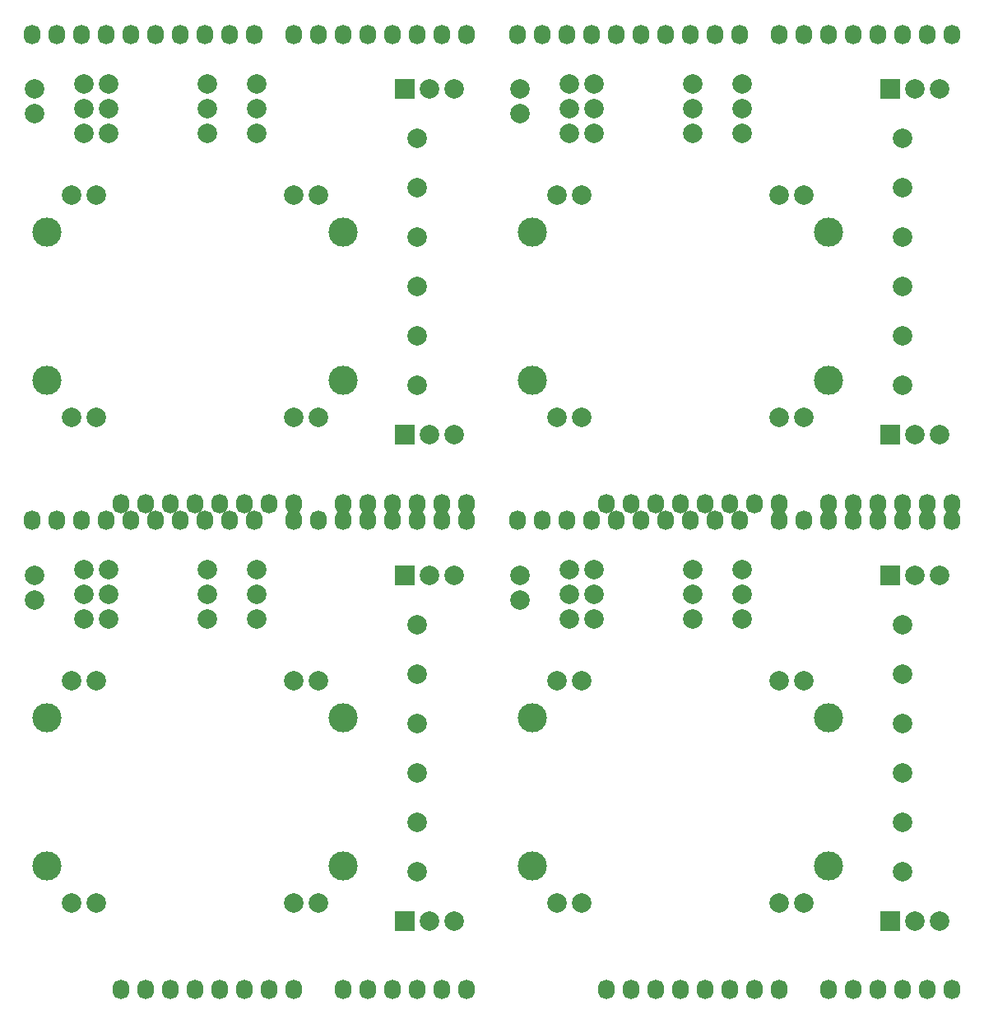
<source format=gts>
G04 #@! TF.FileFunction,Soldermask,Top*
%FSLAX46Y46*%
G04 Gerber Fmt 4.6, Leading zero omitted, Abs format (unit mm)*
G04 Created by KiCad (PCBNEW 4.0.6) date 02/07/18 21:53:05*
%MOMM*%
%LPD*%
G01*
G04 APERTURE LIST*
%ADD10C,0.100000*%
%ADD11C,2.000000*%
%ADD12C,3.000000*%
%ADD13O,1.727200X2.032000*%
%ADD14R,2.000000X2.000000*%
G04 APERTURE END LIST*
D10*
D11*
X99418000Y-136665000D03*
X99418000Y-131585000D03*
X99418000Y-126505000D03*
X63858000Y-117075000D03*
X66398000Y-139935000D03*
X63858000Y-139935000D03*
X66398000Y-117075000D03*
X86718000Y-139935000D03*
X89258000Y-139935000D03*
X86718000Y-117075000D03*
X89258000Y-117075000D03*
D12*
X61318000Y-120885000D03*
X61318000Y-136125000D03*
X91798000Y-136125000D03*
X91798000Y-120885000D03*
D13*
X68938000Y-148825000D03*
X71478000Y-148825000D03*
X74018000Y-148825000D03*
X76558000Y-148825000D03*
X79098000Y-148825000D03*
X81638000Y-148825000D03*
X84178000Y-148825000D03*
X86718000Y-148825000D03*
X91798000Y-148825000D03*
X94338000Y-148825000D03*
X96878000Y-148825000D03*
X99418000Y-148825000D03*
X101958000Y-148825000D03*
X104498000Y-148825000D03*
X59794000Y-100565000D03*
X62334000Y-100565000D03*
X64874000Y-100565000D03*
X67414000Y-100565000D03*
X69954000Y-100565000D03*
X72494000Y-100565000D03*
X75034000Y-100565000D03*
X77574000Y-100565000D03*
X80114000Y-100565000D03*
X82654000Y-100565000D03*
X86718000Y-100565000D03*
X89258000Y-100565000D03*
X91798000Y-100565000D03*
X94338000Y-100565000D03*
X96878000Y-100565000D03*
X99418000Y-100565000D03*
X101958000Y-100565000D03*
X104498000Y-100565000D03*
D14*
X98148000Y-106185000D03*
D11*
X100688000Y-106185000D03*
X103228000Y-106185000D03*
D14*
X98148000Y-141745000D03*
D11*
X100688000Y-141745000D03*
X103228000Y-141745000D03*
X99418000Y-121425000D03*
X99418000Y-116345000D03*
X99418000Y-111265000D03*
X77828000Y-110725000D03*
X77828000Y-108185000D03*
X77828000Y-105645000D03*
X82908000Y-110725000D03*
X82908000Y-108185000D03*
X82908000Y-105645000D03*
X67668000Y-110725000D03*
X65128000Y-110725000D03*
X67668000Y-108185000D03*
X65128000Y-108185000D03*
X67668000Y-105645000D03*
X65128000Y-105645000D03*
X60048000Y-106185000D03*
X60048000Y-108725000D03*
X149418000Y-136665000D03*
X149418000Y-131585000D03*
X149418000Y-126505000D03*
X113858000Y-117075000D03*
X116398000Y-139935000D03*
X113858000Y-139935000D03*
X116398000Y-117075000D03*
X136718000Y-139935000D03*
X139258000Y-139935000D03*
X136718000Y-117075000D03*
X139258000Y-117075000D03*
D12*
X111318000Y-120885000D03*
X111318000Y-136125000D03*
X141798000Y-136125000D03*
X141798000Y-120885000D03*
D13*
X118938000Y-148825000D03*
X121478000Y-148825000D03*
X124018000Y-148825000D03*
X126558000Y-148825000D03*
X129098000Y-148825000D03*
X131638000Y-148825000D03*
X134178000Y-148825000D03*
X136718000Y-148825000D03*
X141798000Y-148825000D03*
X144338000Y-148825000D03*
X146878000Y-148825000D03*
X149418000Y-148825000D03*
X151958000Y-148825000D03*
X154498000Y-148825000D03*
X109794000Y-100565000D03*
X112334000Y-100565000D03*
X114874000Y-100565000D03*
X117414000Y-100565000D03*
X119954000Y-100565000D03*
X122494000Y-100565000D03*
X125034000Y-100565000D03*
X127574000Y-100565000D03*
X130114000Y-100565000D03*
X132654000Y-100565000D03*
X136718000Y-100565000D03*
X139258000Y-100565000D03*
X141798000Y-100565000D03*
X144338000Y-100565000D03*
X146878000Y-100565000D03*
X149418000Y-100565000D03*
X151958000Y-100565000D03*
X154498000Y-100565000D03*
D14*
X148148000Y-106185000D03*
D11*
X150688000Y-106185000D03*
X153228000Y-106185000D03*
D14*
X148148000Y-141745000D03*
D11*
X150688000Y-141745000D03*
X153228000Y-141745000D03*
X149418000Y-121425000D03*
X149418000Y-116345000D03*
X149418000Y-111265000D03*
X127828000Y-110725000D03*
X127828000Y-108185000D03*
X127828000Y-105645000D03*
X132908000Y-110725000D03*
X132908000Y-108185000D03*
X132908000Y-105645000D03*
X117668000Y-110725000D03*
X115128000Y-110725000D03*
X117668000Y-108185000D03*
X115128000Y-108185000D03*
X117668000Y-105645000D03*
X115128000Y-105645000D03*
X110048000Y-106185000D03*
X110048000Y-108725000D03*
X99418000Y-86665000D03*
X99418000Y-81585000D03*
X99418000Y-76505000D03*
X63858000Y-67075000D03*
X66398000Y-89935000D03*
X63858000Y-89935000D03*
X66398000Y-67075000D03*
X86718000Y-89935000D03*
X89258000Y-89935000D03*
X86718000Y-67075000D03*
X89258000Y-67075000D03*
D12*
X61318000Y-70885000D03*
X61318000Y-86125000D03*
X91798000Y-86125000D03*
X91798000Y-70885000D03*
D13*
X68938000Y-98825000D03*
X71478000Y-98825000D03*
X74018000Y-98825000D03*
X76558000Y-98825000D03*
X79098000Y-98825000D03*
X81638000Y-98825000D03*
X84178000Y-98825000D03*
X86718000Y-98825000D03*
X91798000Y-98825000D03*
X94338000Y-98825000D03*
X96878000Y-98825000D03*
X99418000Y-98825000D03*
X101958000Y-98825000D03*
X104498000Y-98825000D03*
X59794000Y-50565000D03*
X62334000Y-50565000D03*
X64874000Y-50565000D03*
X67414000Y-50565000D03*
X69954000Y-50565000D03*
X72494000Y-50565000D03*
X75034000Y-50565000D03*
X77574000Y-50565000D03*
X80114000Y-50565000D03*
X82654000Y-50565000D03*
X86718000Y-50565000D03*
X89258000Y-50565000D03*
X91798000Y-50565000D03*
X94338000Y-50565000D03*
X96878000Y-50565000D03*
X99418000Y-50565000D03*
X101958000Y-50565000D03*
X104498000Y-50565000D03*
D14*
X98148000Y-56185000D03*
D11*
X100688000Y-56185000D03*
X103228000Y-56185000D03*
D14*
X98148000Y-91745000D03*
D11*
X100688000Y-91745000D03*
X103228000Y-91745000D03*
X99418000Y-71425000D03*
X99418000Y-66345000D03*
X99418000Y-61265000D03*
X77828000Y-60725000D03*
X77828000Y-58185000D03*
X77828000Y-55645000D03*
X82908000Y-60725000D03*
X82908000Y-58185000D03*
X82908000Y-55645000D03*
X67668000Y-60725000D03*
X65128000Y-60725000D03*
X67668000Y-58185000D03*
X65128000Y-58185000D03*
X67668000Y-55645000D03*
X65128000Y-55645000D03*
X60048000Y-56185000D03*
X60048000Y-58725000D03*
X149418000Y-86665000D03*
X149418000Y-81585000D03*
X149418000Y-76505000D03*
X113858000Y-67075000D03*
X116398000Y-89935000D03*
X113858000Y-89935000D03*
X116398000Y-67075000D03*
X136718000Y-89935000D03*
X139258000Y-89935000D03*
X136718000Y-67075000D03*
X139258000Y-67075000D03*
D12*
X111318000Y-70885000D03*
X111318000Y-86125000D03*
X141798000Y-86125000D03*
X141798000Y-70885000D03*
D13*
X118938000Y-98825000D03*
X121478000Y-98825000D03*
X124018000Y-98825000D03*
X126558000Y-98825000D03*
X129098000Y-98825000D03*
X131638000Y-98825000D03*
X134178000Y-98825000D03*
X136718000Y-98825000D03*
X141798000Y-98825000D03*
X144338000Y-98825000D03*
X146878000Y-98825000D03*
X149418000Y-98825000D03*
X151958000Y-98825000D03*
X154498000Y-98825000D03*
X109794000Y-50565000D03*
X112334000Y-50565000D03*
X114874000Y-50565000D03*
X117414000Y-50565000D03*
X119954000Y-50565000D03*
X122494000Y-50565000D03*
X125034000Y-50565000D03*
X127574000Y-50565000D03*
X130114000Y-50565000D03*
X132654000Y-50565000D03*
X136718000Y-50565000D03*
X139258000Y-50565000D03*
X141798000Y-50565000D03*
X144338000Y-50565000D03*
X146878000Y-50565000D03*
X149418000Y-50565000D03*
X151958000Y-50565000D03*
X154498000Y-50565000D03*
D14*
X148148000Y-56185000D03*
D11*
X150688000Y-56185000D03*
X153228000Y-56185000D03*
D14*
X148148000Y-91745000D03*
D11*
X150688000Y-91745000D03*
X153228000Y-91745000D03*
X149418000Y-71425000D03*
X149418000Y-66345000D03*
X149418000Y-61265000D03*
X127828000Y-60725000D03*
X127828000Y-58185000D03*
X127828000Y-55645000D03*
X132908000Y-60725000D03*
X132908000Y-58185000D03*
X132908000Y-55645000D03*
X117668000Y-60725000D03*
X115128000Y-60725000D03*
X117668000Y-58185000D03*
X115128000Y-58185000D03*
X117668000Y-55645000D03*
X115128000Y-55645000D03*
X110048000Y-56185000D03*
X110048000Y-58725000D03*
M02*

</source>
